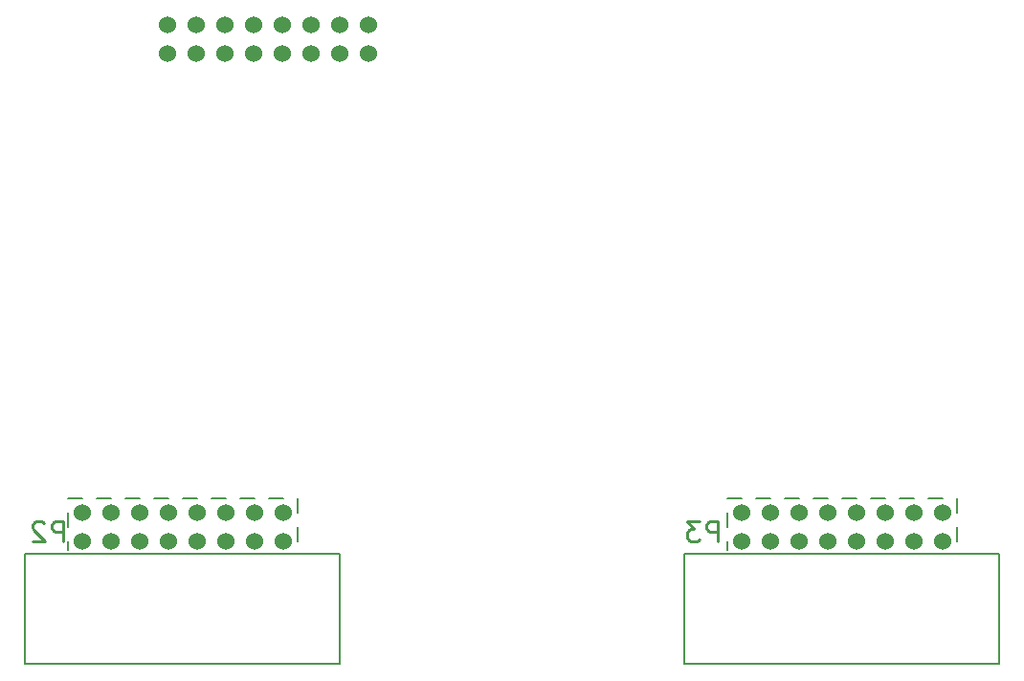
<source format=gbr>
%TF.GenerationSoftware,KiCad,Pcbnew,(6.0.10)*%
%TF.CreationDate,2024-07-31T13:49:43-04:00*%
%TF.ProjectId,min-evolver,6d696e2d-6576-46f6-9c76-65722e6b6963,rev?*%
%TF.SameCoordinates,Original*%
%TF.FileFunction,Legend,Bot*%
%TF.FilePolarity,Positive*%
%FSLAX46Y46*%
G04 Gerber Fmt 4.6, Leading zero omitted, Abs format (unit mm)*
G04 Created by KiCad (PCBNEW (6.0.10)) date 2024-07-31 13:49:43*
%MOMM*%
%LPD*%
G01*
G04 APERTURE LIST*
%ADD10C,0.215900*%
%ADD11C,0.150000*%
%ADD12C,1.524000*%
G04 APERTURE END LIST*
D10*
%TO.C,P2*%
X115459933Y-107941533D02*
X115459933Y-106163533D01*
X114782600Y-106163533D01*
X114613266Y-106248200D01*
X114528600Y-106332866D01*
X114443933Y-106502200D01*
X114443933Y-106756200D01*
X114528600Y-106925533D01*
X114613266Y-107010200D01*
X114782600Y-107094866D01*
X115459933Y-107094866D01*
X113766600Y-106332866D02*
X113681933Y-106248200D01*
X113512600Y-106163533D01*
X113089266Y-106163533D01*
X112919933Y-106248200D01*
X112835266Y-106332866D01*
X112750600Y-106502200D01*
X112750600Y-106671533D01*
X112835266Y-106925533D01*
X113851266Y-107941533D01*
X112750600Y-107941533D01*
%TO.C,P3*%
X173346533Y-107941533D02*
X173346533Y-106163533D01*
X172669200Y-106163533D01*
X172499866Y-106248200D01*
X172415200Y-106332866D01*
X172330533Y-106502200D01*
X172330533Y-106756200D01*
X172415200Y-106925533D01*
X172499866Y-107010200D01*
X172669200Y-107094866D01*
X173346533Y-107094866D01*
X171737866Y-106163533D02*
X170637200Y-106163533D01*
X171229866Y-106840866D01*
X170975866Y-106840866D01*
X170806533Y-106925533D01*
X170721866Y-107010200D01*
X170637200Y-107179533D01*
X170637200Y-107602866D01*
X170721866Y-107772200D01*
X170806533Y-107856866D01*
X170975866Y-107941533D01*
X171483866Y-107941533D01*
X171653200Y-107856866D01*
X171737866Y-107772200D01*
D11*
%TO.C,P2*%
X136194800Y-106680000D02*
X136194800Y-107950000D01*
X136194800Y-104140000D02*
X136194800Y-105410000D01*
X120954800Y-104140000D02*
X122224800Y-104140000D01*
X133654800Y-104140000D02*
X134924800Y-104140000D01*
X139954000Y-109042200D02*
X139954000Y-118821200D01*
X115874800Y-104140000D02*
X117144800Y-104140000D01*
X128574800Y-104140000D02*
X129844800Y-104140000D01*
X131114800Y-104140000D02*
X132384800Y-104140000D01*
X112115600Y-109042200D02*
X112115600Y-118821200D01*
X126034800Y-104140000D02*
X127304800Y-104140000D01*
X112115600Y-118821200D02*
X139954000Y-118821200D01*
X118414800Y-104140000D02*
X119684800Y-104140000D01*
X115874800Y-108712000D02*
X115874800Y-107950000D01*
X139954000Y-109042200D02*
X112115600Y-109042200D01*
X123494800Y-104140000D02*
X124764800Y-104140000D01*
X115874800Y-106680000D02*
X115874800Y-105410000D01*
%TO.C,P3*%
X198272400Y-109042200D02*
X170434000Y-109042200D01*
X186893200Y-104140000D02*
X188163200Y-104140000D01*
X191973200Y-104140000D02*
X193243200Y-104140000D01*
X198272400Y-109042200D02*
X198272400Y-118821200D01*
X189433200Y-104140000D02*
X190703200Y-104140000D01*
X194513200Y-104140000D02*
X194513200Y-105410000D01*
X184353200Y-104140000D02*
X185623200Y-104140000D01*
X176733200Y-104140000D02*
X178003200Y-104140000D01*
X194513200Y-106680000D02*
X194513200Y-107950000D01*
X174193200Y-104140000D02*
X175463200Y-104140000D01*
X170434000Y-109042200D02*
X170434000Y-118821200D01*
X174193200Y-106680000D02*
X174193200Y-105410000D01*
X181813200Y-104140000D02*
X183083200Y-104140000D01*
X174193200Y-108712000D02*
X174193200Y-107950000D01*
X179273200Y-104140000D02*
X180543200Y-104140000D01*
X170434000Y-118821200D02*
X198272400Y-118821200D01*
%TD*%
D12*
%TO.C,P4*%
X142494000Y-62230000D03*
X142494000Y-64770000D03*
X139954000Y-62230000D03*
X139954000Y-64770000D03*
X137414000Y-62230000D03*
X137414000Y-64770000D03*
X134874000Y-62230000D03*
X134874000Y-64770000D03*
X132334000Y-62230000D03*
X132334000Y-64770000D03*
X129794000Y-62230000D03*
X129794000Y-64770000D03*
X127254000Y-62230000D03*
X127254000Y-64770000D03*
X124714000Y-62230000D03*
X124714000Y-64770000D03*
%TD*%
%TO.C,P2*%
X134924800Y-107950000D03*
X134924800Y-105410000D03*
X132384800Y-107950000D03*
X132384800Y-105410000D03*
X129844800Y-107950000D03*
X129844800Y-105410000D03*
X127304800Y-107950000D03*
X127304800Y-105410000D03*
X124764800Y-107950000D03*
X124764800Y-105410000D03*
X122224800Y-107950000D03*
X122224800Y-105410000D03*
X119684800Y-107950000D03*
X119684800Y-105410000D03*
X117144800Y-107950000D03*
X117144800Y-105410000D03*
%TD*%
%TO.C,P3*%
X193243200Y-107950000D03*
X193243200Y-105410000D03*
X190703200Y-107950000D03*
X190703200Y-105410000D03*
X188163200Y-107950000D03*
X188163200Y-105410000D03*
X185623200Y-107950000D03*
X185623200Y-105410000D03*
X183083200Y-107950000D03*
X183083200Y-105410000D03*
X180543200Y-107950000D03*
X180543200Y-105410000D03*
X178003200Y-107950000D03*
X178003200Y-105410000D03*
X175463200Y-107950000D03*
X175463200Y-105410000D03*
%TD*%
M02*

</source>
